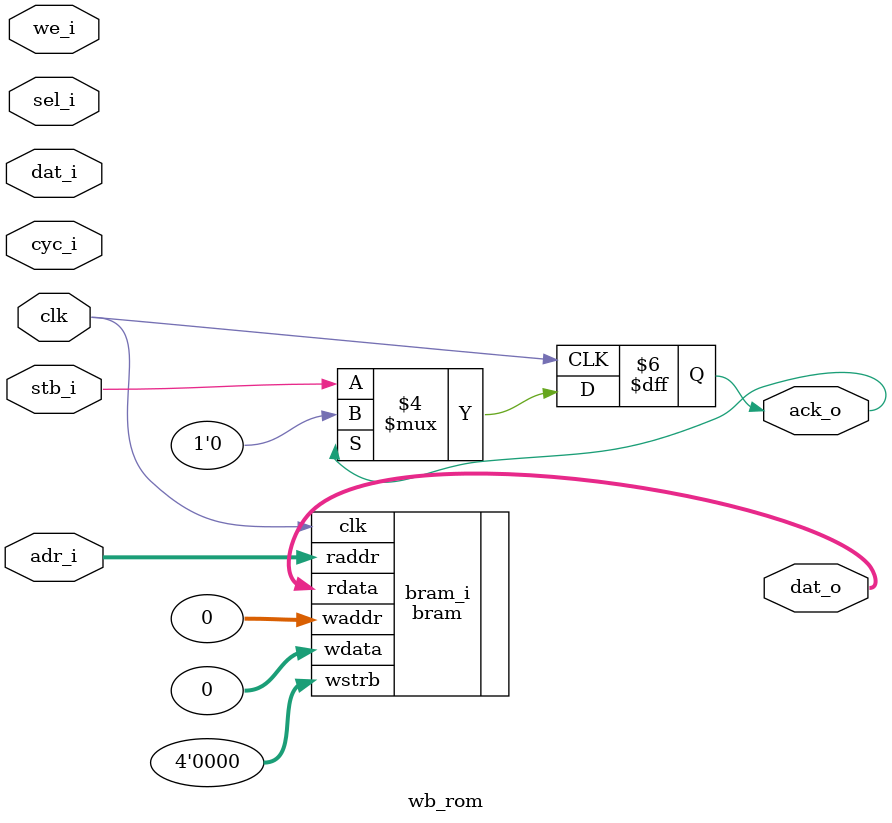
<source format=v>
module wb_rom(clk, cyc_i, stb_i, adr_i, we_i, dat_i, sel_i, ack_o, dat_o);

parameter INIT  = "";
parameter SIZE  = 1024;

parameter  AW   = $clog2(SIZE);
localparam DW   = 32;
localparam COLS = 4;

input clk;

input cyc_i;
input stb_i;
input we_i;
input [AW-1:0] adr_i;
input [DW-1:0] dat_i;
input [COLS-1:0] sel_i;

output [DW-1:0] dat_o;
output reg ack_o = 1'b0;

bram #(
	.INIT(INIT),
	.SIZE(SIZE),
	.COLS(COLS)
) bram_i (
	.clk(clk),
	.wstrb(4'b0),
	.waddr(32'd0),
	.wdata(32'd0),
	.raddr(adr_i),
	.rdata(dat_o)
);

always @(posedge clk)
	if(ack_o)
		ack_o <= 1'b0; 
	else
		ack_o <= stb_i;

endmodule


</source>
